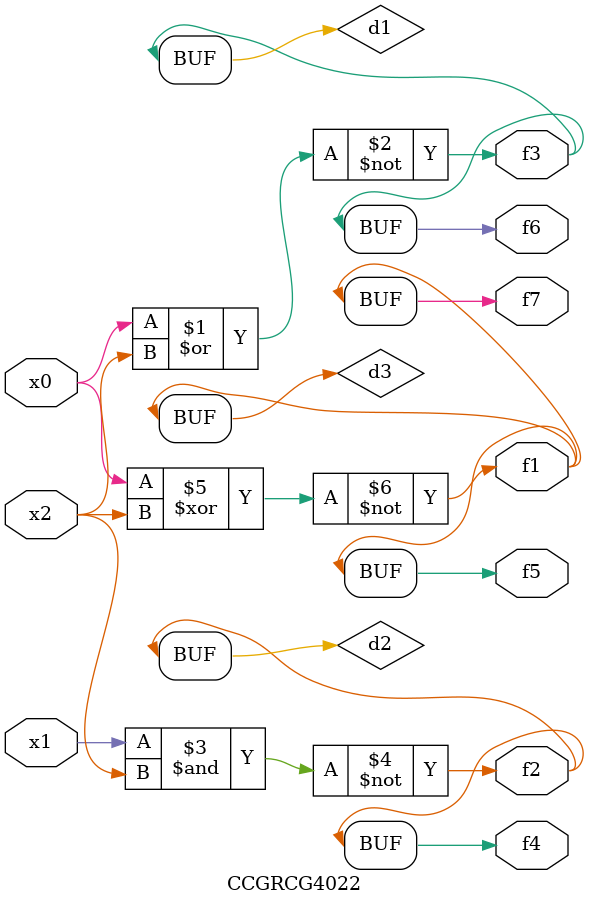
<source format=v>
module CCGRCG4022(
	input x0, x1, x2,
	output f1, f2, f3, f4, f5, f6, f7
);

	wire d1, d2, d3;

	nor (d1, x0, x2);
	nand (d2, x1, x2);
	xnor (d3, x0, x2);
	assign f1 = d3;
	assign f2 = d2;
	assign f3 = d1;
	assign f4 = d2;
	assign f5 = d3;
	assign f6 = d1;
	assign f7 = d3;
endmodule

</source>
